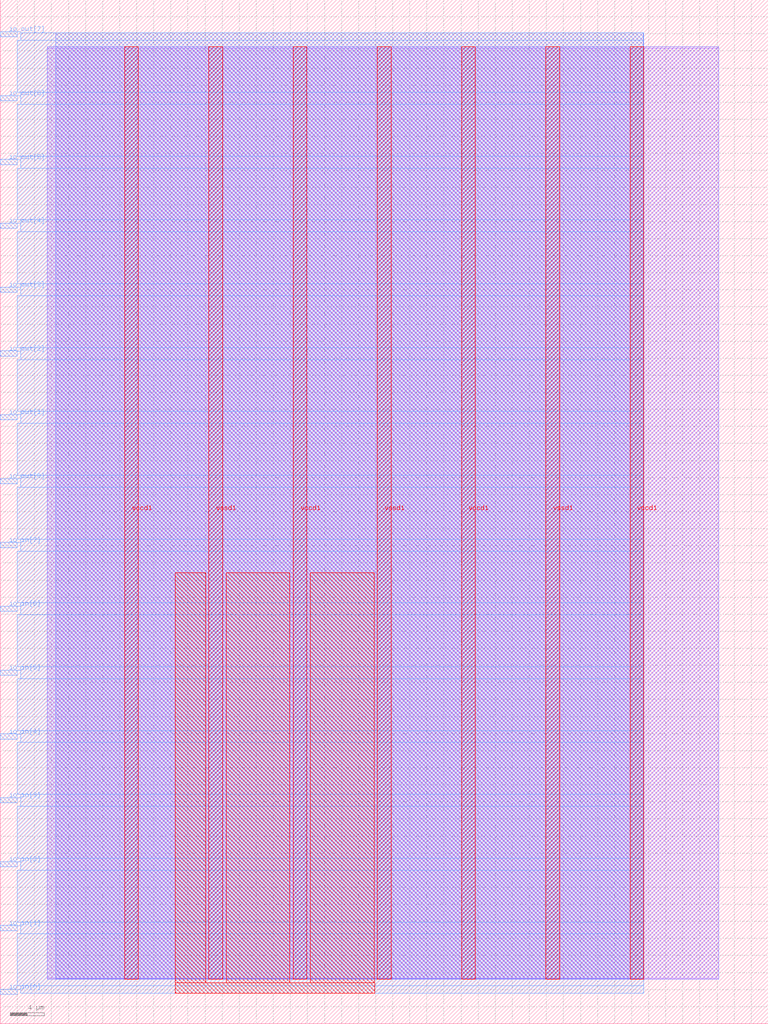
<source format=lef>
VERSION 5.7 ;
  NOWIREEXTENSIONATPIN ON ;
  DIVIDERCHAR "/" ;
  BUSBITCHARS "[]" ;
MACRO mbikovitsky_top
  CLASS BLOCK ;
  FOREIGN mbikovitsky_top ;
  ORIGIN 0.000 0.000 ;
  SIZE 90.000 BY 120.000 ;
  PIN io_in[0]
    DIRECTION INPUT ;
    USE SIGNAL ;
    PORT
      LAYER met3 ;
        RECT 0.000 3.440 2.000 4.040 ;
    END
  END io_in[0]
  PIN io_in[1]
    DIRECTION INPUT ;
    USE SIGNAL ;
    PORT
      LAYER met3 ;
        RECT 0.000 10.920 2.000 11.520 ;
    END
  END io_in[1]
  PIN io_in[2]
    DIRECTION INPUT ;
    USE SIGNAL ;
    PORT
      LAYER met3 ;
        RECT 0.000 18.400 2.000 19.000 ;
    END
  END io_in[2]
  PIN io_in[3]
    DIRECTION INPUT ;
    USE SIGNAL ;
    PORT
      LAYER met3 ;
        RECT 0.000 25.880 2.000 26.480 ;
    END
  END io_in[3]
  PIN io_in[4]
    DIRECTION INPUT ;
    USE SIGNAL ;
    PORT
      LAYER met3 ;
        RECT 0.000 33.360 2.000 33.960 ;
    END
  END io_in[4]
  PIN io_in[5]
    DIRECTION INPUT ;
    USE SIGNAL ;
    PORT
      LAYER met3 ;
        RECT 0.000 40.840 2.000 41.440 ;
    END
  END io_in[5]
  PIN io_in[6]
    DIRECTION INPUT ;
    USE SIGNAL ;
    PORT
      LAYER met3 ;
        RECT 0.000 48.320 2.000 48.920 ;
    END
  END io_in[6]
  PIN io_in[7]
    DIRECTION INPUT ;
    USE SIGNAL ;
    PORT
      LAYER met3 ;
        RECT 0.000 55.800 2.000 56.400 ;
    END
  END io_in[7]
  PIN io_out[0]
    DIRECTION OUTPUT TRISTATE ;
    USE SIGNAL ;
    PORT
      LAYER met3 ;
        RECT 0.000 63.280 2.000 63.880 ;
    END
  END io_out[0]
  PIN io_out[1]
    DIRECTION OUTPUT TRISTATE ;
    USE SIGNAL ;
    PORT
      LAYER met3 ;
        RECT 0.000 70.760 2.000 71.360 ;
    END
  END io_out[1]
  PIN io_out[2]
    DIRECTION OUTPUT TRISTATE ;
    USE SIGNAL ;
    PORT
      LAYER met3 ;
        RECT 0.000 78.240 2.000 78.840 ;
    END
  END io_out[2]
  PIN io_out[3]
    DIRECTION OUTPUT TRISTATE ;
    USE SIGNAL ;
    PORT
      LAYER met3 ;
        RECT 0.000 85.720 2.000 86.320 ;
    END
  END io_out[3]
  PIN io_out[4]
    DIRECTION OUTPUT TRISTATE ;
    USE SIGNAL ;
    PORT
      LAYER met3 ;
        RECT 0.000 93.200 2.000 93.800 ;
    END
  END io_out[4]
  PIN io_out[5]
    DIRECTION OUTPUT TRISTATE ;
    USE SIGNAL ;
    PORT
      LAYER met3 ;
        RECT 0.000 100.680 2.000 101.280 ;
    END
  END io_out[5]
  PIN io_out[6]
    DIRECTION OUTPUT TRISTATE ;
    USE SIGNAL ;
    PORT
      LAYER met3 ;
        RECT 0.000 108.160 2.000 108.760 ;
    END
  END io_out[6]
  PIN io_out[7]
    DIRECTION OUTPUT TRISTATE ;
    USE SIGNAL ;
    PORT
      LAYER met3 ;
        RECT 0.000 115.640 2.000 116.240 ;
    END
  END io_out[7]
  PIN vccd1
    DIRECTION INOUT ;
    USE POWER ;
    PORT
      LAYER met4 ;
        RECT 14.590 5.200 16.190 114.480 ;
    END
    PORT
      LAYER met4 ;
        RECT 34.330 5.200 35.930 114.480 ;
    END
    PORT
      LAYER met4 ;
        RECT 54.070 5.200 55.670 114.480 ;
    END
    PORT
      LAYER met4 ;
        RECT 73.810 5.200 75.410 114.480 ;
    END
  END vccd1
  PIN vssd1
    DIRECTION INOUT ;
    USE GROUND ;
    PORT
      LAYER met4 ;
        RECT 24.460 5.200 26.060 114.480 ;
    END
    PORT
      LAYER met4 ;
        RECT 44.200 5.200 45.800 114.480 ;
    END
    PORT
      LAYER met4 ;
        RECT 63.940 5.200 65.540 114.480 ;
    END
  END vssd1
  OBS
      LAYER li1 ;
        RECT 5.520 5.355 84.180 114.325 ;
      LAYER met1 ;
        RECT 5.520 5.200 84.180 114.480 ;
      LAYER met2 ;
        RECT 6.530 5.255 75.380 116.125 ;
      LAYER met3 ;
        RECT 2.400 115.240 75.400 116.105 ;
        RECT 2.000 109.160 75.400 115.240 ;
        RECT 2.400 107.760 75.400 109.160 ;
        RECT 2.000 101.680 75.400 107.760 ;
        RECT 2.400 100.280 75.400 101.680 ;
        RECT 2.000 94.200 75.400 100.280 ;
        RECT 2.400 92.800 75.400 94.200 ;
        RECT 2.000 86.720 75.400 92.800 ;
        RECT 2.400 85.320 75.400 86.720 ;
        RECT 2.000 79.240 75.400 85.320 ;
        RECT 2.400 77.840 75.400 79.240 ;
        RECT 2.000 71.760 75.400 77.840 ;
        RECT 2.400 70.360 75.400 71.760 ;
        RECT 2.000 64.280 75.400 70.360 ;
        RECT 2.400 62.880 75.400 64.280 ;
        RECT 2.000 56.800 75.400 62.880 ;
        RECT 2.400 55.400 75.400 56.800 ;
        RECT 2.000 49.320 75.400 55.400 ;
        RECT 2.400 47.920 75.400 49.320 ;
        RECT 2.000 41.840 75.400 47.920 ;
        RECT 2.400 40.440 75.400 41.840 ;
        RECT 2.000 34.360 75.400 40.440 ;
        RECT 2.400 32.960 75.400 34.360 ;
        RECT 2.000 26.880 75.400 32.960 ;
        RECT 2.400 25.480 75.400 26.880 ;
        RECT 2.000 19.400 75.400 25.480 ;
        RECT 2.400 18.000 75.400 19.400 ;
        RECT 2.000 11.920 75.400 18.000 ;
        RECT 2.400 10.520 75.400 11.920 ;
        RECT 2.000 4.440 75.400 10.520 ;
        RECT 2.400 3.580 75.400 4.440 ;
      LAYER met4 ;
        RECT 20.535 4.800 24.060 52.865 ;
        RECT 26.460 4.800 33.930 52.865 ;
        RECT 36.330 4.800 43.800 52.865 ;
        RECT 20.535 3.575 43.865 4.800 ;
  END
END mbikovitsky_top
END LIBRARY


</source>
